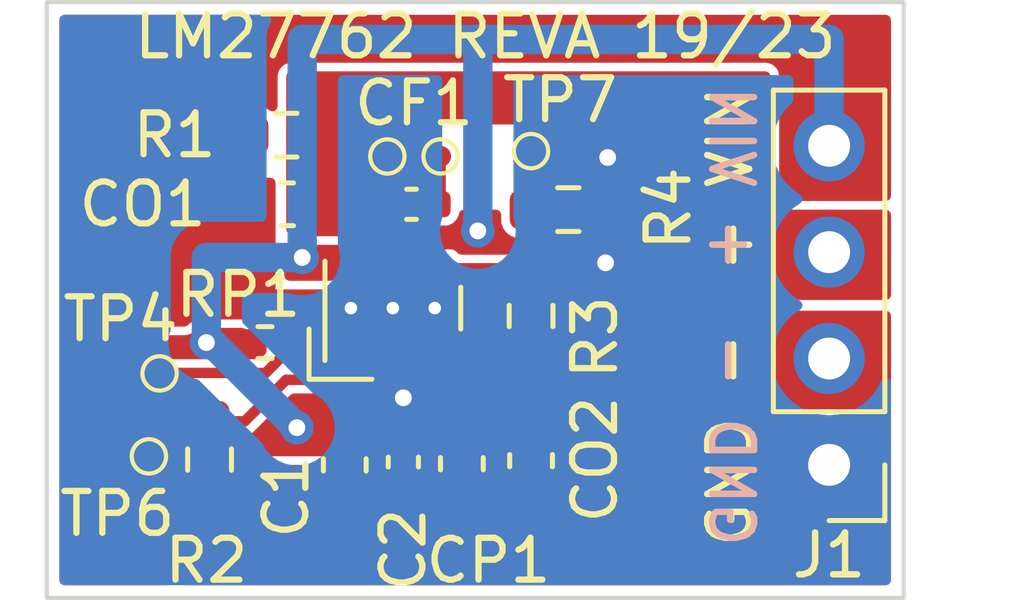
<source format=kicad_pcb>
(kicad_pcb (version 20221018) (generator pcbnew)
  (layers (0 "F.Cu" signal) (31 "B.Cu" signal) (34 "B.Paste" user) (35 "F.Paste" user) (36 "B.SilkS" user "B.Silkscreen") (37 "F.SilkS" user "F.Silkscreen") (38 "B.Mask" user) (39 "F.Mask" user) (44 "Edge.Cuts" user))
  (net 0 "")
  (net 1 "Net-(U1-C1+)")
  (net 2 "Net-(U1-C1-)")
  (net 3 "GND")
  (net 4 "Net-(U1-CP)")
  (net 5 "/VIN")
  (net 6 "/VOUT+")
  (net 7 "/VOUT-")
  (net 8 "Net-(U1-PGOOD)")
  (net 9 "/fb-")
  (net 10 "/fb+")
  (footprint "Capacitor_SMD:C_0603_1608Metric_Pad1.08x0.95mm_HandSolder" (layer "F.Cu") (at 113.6915 61.087)
    (fp_text reference "CO1" (at -3.4555 0 180) (layer "F.SilkS"))
    (fp_text value "2.2u")
    (fp_line (start -0.146267 -0.51) (end 0.146267 -0.51) (stroke (width 0.12)) (layer "F.SilkS"))
    (fp_line (start -0.146267 0.51) (end 0.146267 0.51) (stroke (width 0.12)) (layer "F.SilkS"))
    (pad "1" smd roundrect (at -0.8625 0) (size 1.075 0.95) (layers "F.Cu" "F.Paste" "F.Mask") (net 3 "GND"))
    (pad "2" smd roundrect (at 0.8625 0) (size 1.075 0.95) (layers "F.Cu" "F.Paste" "F.Mask") (net 6 "/VOUT+"))
  )
  (footprint "Package_SON:WSON-12-1EP_3x2mm_P0.5mm_EP1x2.65_ThermalVias" (layer "F.Cu") (at 116.209 63.566 90)
    (fp_text reference "U1" hide)
    (fp_text value "LM27762DSSR")
    (fp_line (start -1.7 -2) (end -0.5 -2) (stroke (width 0.12)) (layer "F.SilkS"))
    (fp_line (start -1.7 -0.5) (end -1.7 -2) (stroke (width 0.12)) (layer "F.SilkS"))
    (fp_line (start -1.25 -1.62) (end 1.12 -1.62) (stroke (width 0.12)) (layer "F.SilkS"))
    (fp_line (start 0.5 1.62) (end -0.5 1.62) (stroke (width 0.12)) (layer "F.SilkS"))
    (pad "1" smd rect (at -0.95 -1.25 90) (size 0.5 0.25) (layers "F.Cu" "F.Paste" "F.Mask") (net 8 "Net-(U1-PGOOD)"))
    (pad "2" smd rect (at -0.95 -0.75 90) (size 0.5 0.25) (layers "F.Cu" "F.Paste" "F.Mask") (net 10 "/fb+"))
    (pad "3" smd rect (at -0.95 -0.25 90) (size 0.5 0.25) (layers "F.Cu" "F.Paste" "F.Mask") (net 5 "/VIN"))
    (pad "4" smd rect (at -0.95 0.25 90) (size 0.5 0.25) (layers "F.Cu" "F.Paste" "F.Mask") (net 3 "GND"))
    (pad "5" smd rect (at -0.95 0.75 90) (size 0.5 0.25) (layers "F.Cu" "F.Paste" "F.Mask") (net 4 "Net-(U1-CP)"))
    (pad "6" smd rect (at -0.95 1.25 90) (size 0.5 0.25) (layers "F.Cu" "F.Paste" "F.Mask") (net 7 "/VOUT-"))
    (pad "7" smd rect (at 0.95 1.25 90) (size 0.5 0.25) (layers "F.Cu" "F.Paste" "F.Mask") (net 9 "/fb-"))
    (pad "8" smd rect (at 0.95 0.75 90) (size 0.5 0.25) (layers "F.Cu" "F.Paste" "F.Mask") (net 5 "/VIN"))
    (pad "9" smd rect (at 0.95 0.25 90) (size 0.5 0.25) (layers "F.Cu" "F.Paste" "F.Mask") (net 2 "Net-(U1-C1-)"))
    (pad "10" smd rect (at 0.95 -0.25 90) (size 0.5 0.25) (layers "F.Cu" "F.Paste" "F.Mask") (net 1 "Net-(U1-C1+)"))
    (pad "11" smd rect (at 0.95 -0.75 90) (size 0.5 0.25) (layers "F.Cu" "F.Paste" "F.Mask") (net 6 "/VOUT+"))
    (pad "12" smd rect (at 0.95 -1.25 90) (size 0.5 0.25) (layers "F.Cu" "F.Paste" "F.Mask") (net 5 "/VIN"))
    (pad "13" thru_hole circle (at 0 -1 180) (size 0.6 0.6) (drill 0.3) (layers "*.Cu") (net 3 "GND"))
    (pad "13" thru_hole circle (at 0 0 90) (size 0.6 0.6) (drill 0.3) (layers "*.Cu") (net 3 "GND"))
    (pad "13" smd rect (at 0 0 90) (size 1 2.65) (layers "F.Cu" "F.Mask") (net 3 "GND"))
    (pad "13" smd rect (at 0 0 90) (size 1 2.65) (layers "B.Cu") (net 3 "GND"))
    (pad "13" thru_hole circle (at 0 1 90) (size 0.6 0.6) (drill 0.3) (layers "*.Cu") (net 3 "GND"))
  )
  (footprint "Resistor_SMD:R_0603_1608Metric_Pad0.98x0.95mm_HandSolder" (layer "F.Cu") (at 119.507 63.754 90)
    (fp_text reference "R3" (at -0.508 1.524 90) (layer "F.SilkS"))
    (fp_text value "680k")
    (fp_line (start -0.254724 -0.5225) (end 0.254724 -0.5225) (stroke (width 0.12)) (layer "F.SilkS"))
    (fp_line (start -0.254724 0.5225) (end 0.254724 0.5225) (stroke (width 0.12)) (layer "F.SilkS"))
    (pad "1" smd roundrect (at -0.9125 0 90) (size 0.975 0.95) (layers "F.Cu" "F.Paste" "F.Mask") (net 7 "/VOUT-"))
    (pad "2" smd roundrect (at 0.9125 0 90) (size 0.975 0.95) (layers "F.Cu" "F.Paste" "F.Mask") (net 9 "/fb-"))
  )
  (footprint "TinyTestPoints:0_5mm" (layer "F.Cu") (at 117.348 59.944)
    (fp_text reference "TP2" hide)
    (fp_text value "TestPoint")
    (fp_circle (center 0 0) (end 0.3556 0.2032) (stroke (width 0.1)) (fill none) (layer "F.SilkS"))
    (pad "1" smd circle (at 0 0) (size 0.5 0.5) (layers "F.Cu" "F.Paste" "F.Mask") (net 2 "Net-(U1-C1-)"))
  )
  (footprint "TinyTestPoints:0_5mm" (layer "F.Cu") (at 110.6424 65.1256)
    (fp_text reference "TP4" hide)
    (fp_text value "TestPoint")
    (fp_circle (center 0 0) (end 0.3556 0.2032) (stroke (width 0.1)) (fill none) (layer "F.SilkS"))
    (pad "1" smd circle (at 0 0) (size 0.5 0.5) (layers "F.Cu" "F.Paste" "F.Mask") (net 8 "Net-(U1-PGOOD)"))
  )
  (footprint "Resistor_SMD:R_0603_1608Metric_Pad0.98x0.95mm_HandSolder" (layer "F.Cu") (at 120.396 61.214)
    (fp_text reference "R4" (at 2.3876 -0.0254 90) (layer "F.SilkS"))
    (fp_text value "220k")
    (fp_line (start -0.254724 -0.5225) (end 0.254724 -0.5225) (stroke (width 0.12)) (layer "F.SilkS"))
    (fp_line (start -0.254724 0.5225) (end 0.254724 0.5225) (stroke (width 0.12)) (layer "F.SilkS"))
    (pad "1" smd roundrect (at -0.9125 0) (size 0.975 0.95) (layers "F.Cu" "F.Paste" "F.Mask") (net 9 "/fb-"))
    (pad "2" smd roundrect (at 0.9125 0) (size 0.975 0.95) (layers "F.Cu" "F.Paste" "F.Mask") (net 3 "GND"))
  )
  (footprint "Capacitor_SMD:C_0603_1608Metric_Pad1.08x0.95mm_HandSolder" (layer "F.Cu") (at 115.062 67.31 -90)
    (fp_text reference "C1" (at 0.762 1.397 90) (layer "F.SilkS"))
    (fp_text value "10u")
    (fp_line (start -0.146267 -0.51) (end 0.146267 -0.51) (stroke (width 0.12)) (layer "F.SilkS"))
    (fp_line (start -0.146267 0.51) (end 0.146267 0.51) (stroke (width 0.12)) (layer "F.SilkS"))
    (pad "1" smd roundrect (at -0.8625 0 270) (size 1.075 0.95) (layers "F.Cu" "F.Paste" "F.Mask") (net 5 "/VIN"))
    (pad "2" smd roundrect (at 0.8625 0 270) (size 1.075 0.95) (layers "F.Cu" "F.Paste" "F.Mask") (net 3 "GND"))
  )
  (footprint "Capacitor_SMD:C_0603_1608Metric_Pad1.08x0.95mm_HandSolder" (layer "F.Cu") (at 119.507 67.2095 -90)
    (fp_text reference "CO2" (at -0.0265 -1.524 90) (layer "F.SilkS"))
    (fp_text value "2.2u")
    (fp_line (start -0.146267 -0.51) (end 0.146267 -0.51) (stroke (width 0.12)) (layer "F.SilkS"))
    (fp_line (start -0.146267 0.51) (end 0.146267 0.51) (stroke (width 0.12)) (layer "F.SilkS"))
    (pad "1" smd roundrect (at -0.8625 0 270) (size 1.075 0.95) (layers "F.Cu" "F.Paste" "F.Mask") (net 7 "/VOUT-"))
    (pad "2" smd roundrect (at 0.8625 0 270) (size 1.075 0.95) (layers "F.Cu" "F.Paste" "F.Mask") (net 3 "GND"))
  )
  (footprint "Resistor_SMD:R_0603_1608Metric_Pad0.98x0.95mm_HandSolder" (layer "F.Cu") (at 113.665 59.436)
    (fp_text reference "R1" (at -2.667 0) (layer "F.SilkS"))
    (fp_text value "680k")
    (fp_line (start -0.254724 -0.5225) (end 0.254724 -0.5225) (stroke (width 0.12)) (layer "F.SilkS"))
    (fp_line (start -0.254724 0.5225) (end 0.254724 0.5225) (stroke (width 0.12)) (layer "F.SilkS"))
    (pad "1" smd roundrect (at -0.9125 0) (size 0.975 0.95) (layers "F.Cu" "F.Paste" "F.Mask") (net 10 "/fb+"))
    (pad "2" smd roundrect (at 0.9125 0) (size 0.975 0.95) (layers "F.Cu" "F.Paste" "F.Mask") (net 6 "/VOUT+"))
  )
  (footprint "Connector_PinHeader_2.54mm:PinHeader_1x04_P2.54mm_Vertical" (layer "F.Cu") (at 126.619 67.31 180)
    (fp_text reference "J1" (at 0 -2.159 unlocked) (layer "F.SilkS") (effects (font (thickness 0.153))))
    (fp_text value "Conn_01x04")
    (fp_line (start -1.33 -1.33) (end 0 -1.33) (stroke (width 0.12)) (layer "F.SilkS"))
    (fp_line (start -1.33 0) (end -1.33 -1.33) (stroke (width 0.12)) (layer "F.SilkS"))
    (fp_line (start -1.33 1.27) (end -1.33 8.95) (stroke (width 0.12)) (layer "F.SilkS"))
    (fp_line (start -1.33 1.27) (end 1.33 1.27) (stroke (width 0.12)) (layer "F.SilkS"))
    (fp_line (start -1.33 8.95) (end 1.33 8.95) (stroke (width 0.12)) (layer "F.SilkS"))
    (fp_line (start 1.33 1.27) (end 1.33 8.95) (stroke (width 0.12)) (layer "F.SilkS"))
    (pad "1" thru_hole rect (at 0 0 180) (size 1.7 1.7) (drill 1) (layers "*.Cu" "*.Mask") (net 3 "GND"))
    (pad "2" thru_hole oval (at 0 2.54 180) (size 1.7 1.7) (drill 1) (layers "*.Cu" "*.Mask") (net 7 "/VOUT-"))
    (pad "3" thru_hole oval (at 0 5.08 180) (size 1.7 1.7) (drill 1) (layers "*.Cu" "*.Mask") (net 6 "/VOUT+"))
    (pad "4" thru_hole oval (at 0 7.62 180) (size 1.7 1.7) (drill 1) (layers "*.Cu" "*.Mask") (net 5 "/VIN"))
  )
  (footprint "Capacitor_SMD:C_0402_1005Metric_Pad0.74x0.62mm_HandSolder" (layer "F.Cu") (at 116.459 67.2425 90)
    (fp_text reference "C2" (at -2.0915 0 270) (layer "F.SilkS"))
    (fp_text value "1u")
    (fp_line (start -0.115835 -0.36) (end 0.115835 -0.36) (stroke (width 0.12)) (layer "F.SilkS"))
    (fp_line (start -0.115835 0.36) (end 0.115835 0.36) (stroke (width 0.12)) (layer "F.SilkS"))
    (pad "1" smd roundrect (at -0.5675 0 90) (size 0.735 0.62) (layers "F.Cu" "F.Paste" "F.Mask") (net 3 "GND"))
    (pad "2" smd roundrect (at 0.5675 0 90) (size 0.735 0.62) (layers "F.Cu" "F.Paste" "F.Mask") (net 5 "/VIN"))
  )
  (footprint "TinyTestPoints:0_5mm" (layer "F.Cu") (at 110.3884 67.1068)
    (fp_text reference "TP6" hide)
    (fp_text value "TestPoint")
    (fp_circle (center 0 0) (end 0.3556 0.2032) (stroke (width 0.1)) (fill none) (layer "F.SilkS"))
    (pad "1" smd circle (at 0 0) (size 0.5 0.5) (layers "F.Cu" "F.Paste" "F.Mask") (net 10 "/fb+"))
  )
  (footprint "Resistor_SMD:R_0402_1005Metric_Pad0.72x0.64mm_HandSolder" (layer "F.Cu") (at 113.157 64.389 180)
    (fp_text reference "RP1" (at 0.635 1.143 180) (layer "F.SilkS"))
    (fp_text value "10K")
    (fp_line (start -0.167621 -0.38) (end 0.167621 -0.38) (stroke (width 0.12)) (layer "F.SilkS"))
    (fp_line (start -0.167621 0.38) (end 0.167621 0.38) (stroke (width 0.12)) (layer "F.SilkS"))
    (pad "1" smd roundrect (at -0.5975 0 180) (size 0.715 0.64) (layers "F.Cu" "F.Paste" "F.Mask") (net 8 "Net-(U1-PGOOD)"))
    (pad "2" smd roundrect (at 0.5975 0 180) (size 0.715 0.64) (layers "F.Cu" "F.Paste" "F.Mask") (net 5 "/VIN"))
  )
  (footprint "TinyTestPoints:0_5mm" (layer "F.Cu") (at 119.507 59.817)
    (fp_text reference "TP7" hide)
    (fp_text value "TestPoint")
    (fp_circle (center 0 0) (end 0.3556 0.2032) (stroke (width 0.1)) (fill none) (layer "F.SilkS"))
    (pad "1" smd circle (at 0 0) (size 0.5 0.5) (layers "F.Cu" "F.Paste" "F.Mask") (net 9 "/fb-"))
  )
  (footprint "Capacitor_SMD:C_0603_1608Metric_Pad1.08x0.95mm_HandSolder" (layer "F.Cu") (at 117.856 67.2835 90)
    (fp_text reference "CP1" (at -2.3125 0.635 180) (layer "F.SilkS"))
    (fp_text value "4.7u")
    (fp_line (start -0.146267 -0.51) (end 0.146267 -0.51) (stroke (width 0.12)) (layer "F.SilkS"))
    (fp_line (start -0.146267 0.51) (end 0.146267 0.51) (stroke (width 0.12)) (layer "F.SilkS"))
    (pad "1" smd roundrect (at -0.8625 0 90) (size 1.075 0.95) (layers "F.Cu" "F.Paste" "F.Mask") (net 3 "GND"))
    (pad "2" smd roundrect (at 0.8625 0 90) (size 1.075 0.95) (layers "F.Cu" "F.Paste" "F.Mask") (net 4 "Net-(U1-CP)"))
  )
  (footprint "Resistor_SMD:R_0603_1608Metric_Pad0.98x0.95mm_HandSolder" (layer "F.Cu") (at 111.83525 67.183 90)
    (fp_text reference "R2" (at -2.413 -0.07525) (layer "F.SilkS"))
    (fp_text value "220k")
    (fp_line (start -0.254724 -0.5225) (end 0.254724 -0.5225) (stroke (width 0.12)) (layer "F.SilkS"))
    (fp_line (start -0.254724 0.5225) (end 0.254724 0.5225) (stroke (width 0.12)) (layer "F.SilkS"))
    (pad "1" smd roundrect (at -0.9125 0 90) (size 0.975 0.95) (layers "F.Cu" "F.Paste" "F.Mask") (net 3 "GND"))
    (pad "2" smd roundrect (at 0.9125 0 90) (size 0.975 0.95) (layers "F.Cu" "F.Paste" "F.Mask") (net 10 "/fb+"))
  )
  (footprint "TinyTestPoints:0_5mm" (layer "F.Cu") (at 116.078 59.944)
    (fp_text reference "TP3" hide)
    (fp_text value "TestPoint")
    (fp_circle (center 0 0) (end 0.3556 0.2032) (stroke (width 0.1)) (fill none) (layer "F.SilkS"))
    (pad "1" smd circle (at 0 0) (size 0.5 0.5) (layers "F.Cu" "F.Paste" "F.Mask") (net 1 "Net-(U1-C1+)"))
  )
  (footprint "Capacitor_SMD:C_0402_1005Metric_Pad0.74x0.62mm_HandSolder" (layer "F.Cu") (at 116.6535 61.087)
    (fp_text reference "CF1" (at 0.0595 -2.413) (layer "F.SilkS"))
    (fp_text value "1u")
    (fp_line (start -0.115835 -0.36) (end 0.115835 -0.36) (stroke (width 0.12)) (layer "F.SilkS"))
    (fp_line (start -0.115835 0.36) (end 0.115835 0.36) (stroke (width 0.12)) (layer "F.SilkS"))
    (pad "1" smd roundrect (at -0.5675 0) (size 0.735 0.62) (layers "F.Cu" "F.Paste" "F.Mask") (net 1 "Net-(U1-C1+)"))
    (pad "2" smd roundrect (at 0.5675 0) (size 0.735 0.62) (layers "F.Cu" "F.Paste" "F.Mask") (net 2 "Net-(U1-C1-)"))
  )
  (gr_rect (start 107.95 56.261) (end 128.397 70.485) (stroke (width 0.1)) (fill none) (layer "Edge.Cuts"))
  (gr_text "GND -  + VIN" (at 123.698 69.342 270) (layer "B.SilkS") (effects (font (size 1 1) (thickness 0.153)) (justify left bottom mirror)))
  (gr_text "LM27762 REVA 19/23" (at 126.873 57.658) (layer "F.SilkS") (effects (font (size 1 1)) (justify right bottom)))
  (gr_text "TP7" (at 118.745 59.182) (layer "F.SilkS") (effects (font (size 1 1)) (justify left bottom)))
  (gr_text "GND -  + VIN" (at 124.841 69.342 90) (layer "F.SilkS") (effects (font (size 1 1) (thickness 0.153)) (justify left bottom)))
  (gr_text "TP6" (at 108.1786 69.0626) (layer "F.SilkS") (effects (font (size 1 1)) (justify left bottom)))
  (gr_text "TP4" (at 108.2548 64.4144) (layer "F.SilkS") (effects (font (size 1 1)) (justify left bottom)))
  (segment (start 115.959 62.616) (end 115.959 61.1465) (width 0.25) (layer "F.Cu") (net 1))
  (segment (start 116.0185 61.087) (end 116.078 61.0275) (width 0.25) (layer "F.Cu") (net 1))
  (segment (start 116.078 61.0275) (end 116.078 59.944) (width 0.25) (layer "F.Cu") (net 1))
  (segment (start 115.959 61.1465) (end 116.0185 61.087) (width 0.25) (layer "F.Cu") (net 1))
  (segment (start 116.459 61.7815) (end 117.1535 61.087) (width 0.25) (layer "F.Cu") (net 2))
  (segment (start 117.348 60.8925) (end 117.348 59.944) (width 0.25) (layer "F.Cu") (net 2))
  (segment (start 117.1535 61.087) (end 117.348 60.8925) (width 0.25) (layer "F.Cu") (net 2))
  (segment (start 116.459 62.616) (end 116.459 61.7815) (width 0.25) (layer "F.Cu") (net 2))
  (segment (start 116.459 65.708) (end 116.459 64.516) (width 0.25) (layer "F.Cu") (net 3))
  (via (at 116.459 65.708) (size 0.8) (drill 0.4) (layers "F.Cu" "B.Cu") (net 3))
  (via (at 121.285 62.484) (size 0.8) (drill 0.4) (layers "F.Cu" "B.Cu") (net 3))
  (via (at 121.3358 59.9694) (size 0.8) (drill 0.4) (layers "F.Cu" "B.Cu") (net 3))
  (segment (start 116.959 65.016) (end 117.856 65.913) (width 0.25) (layer "F.Cu") (net 4))
  (segment (start 117.856 65.913) (end 117.856 66.421) (width 0.25) (layer "F.Cu") (net 4))
  (segment (start 116.959 64.516) (end 116.959 65.016) (width 0.25) (layer "F.Cu") (net 4))
  (segment (start 115.062 66.079695) (end 115.062 66.4475) (width 0.25) (layer "F.Cu") (net 5))
  (segment (start 116.959 62.616) (end 116.959 62.091) (width 0.25) (layer "F.Cu") (net 5))
  (segment (start 117.328 61.722) (end 118.237 61.722) (width 0.25) (layer "F.Cu") (net 5))
  (segment (start 114.959 62.616) (end 114.305 62.616) (width 0.25) (layer "F.Cu") (net 5))
  (segment (start 114.305 62.616) (end 114.046 62.357) (width 0.25) (layer "F.Cu") (net 5))
  (segment (start 115.959 65.182695) (end 115.062 66.079695) (width 0.25) (layer "F.Cu") (net 5))
  (segment (start 113.919 66.421) (end 113.9455 66.4475) (width 0.25) (layer "F.Cu") (net 5))
  (segment (start 112.5595 64.389) (end 111.76 64.389) (width 0.7) (layer "F.Cu") (net 5))
  (segment (start 115.959 64.516) (end 115.959 65.182695) (width 0.25) (layer "F.Cu") (net 5))
  (segment (start 113.9455 66.4475) (end 115.062 66.4475) (width 0.25) (layer "F.Cu") (net 5))
  (segment (start 116.959 62.091) (end 117.328 61.722) (width 0.25) (layer "F.Cu") (net 5))
  (via (at 111.76 64.389) (size 0.8) (drill 0.4) (layers "F.Cu" "B.Cu") (net 5))
  (via (at 118.237 61.722) (size 0.8) (drill 0.4) (layers "F.Cu" "B.Cu") (net 5))
  (via (at 114.046 62.357) (size 0.8) (drill 0.4) (layers "F.Cu" "B.Cu") (net 5))
  (via (at 113.919 66.421) (size 0.8) (drill 0.4) (layers "F.Cu" "B.Cu") (net 5))
  (segment (start 111.76 64.262) (end 111.76 62.357) (width 0.7) (layer "B.Cu") (net 5))
  (segment (start 114.046 57.15) (end 114.046 62.357) (width 0.7) (layer "B.Cu") (net 5))
  (segment (start 126.619 57.15) (end 118.237 57.15) (width 0.7) (layer "B.Cu") (net 5))
  (segment (start 118.237 57.15) (end 114.046 57.15) (width 0.7) (layer "B.Cu") (net 5))
  (segment (start 118.237 61.722) (end 118.237 57.15) (width 0.7) (layer "B.Cu") (net 5))
  (segment (start 113.919 66.421) (end 111.76 64.262) (width 0.7) (layer "B.Cu") (net 5))
  (segment (start 111.76 62.357) (end 114.046 62.357) (width 0.7) (layer "B.Cu") (net 5))
  (segment (start 126.619 59.69) (end 126.619 57.15) (width 0.7) (layer "B.Cu") (net 5))
  (segment (start 115.459 62.616) (end 115.459 61.865) (width 0.25) (layer "F.Cu") (net 6))
  (segment (start 115.459 61.865) (end 114.681 61.087) (width 0.25) (layer "F.Cu") (net 6))
  (segment (start 114.681 61.087) (end 114.554 61.087) (width 0.25) (layer "F.Cu") (net 6))
  (segment (start 113.17525 65.114) (end 113.77325 64.516) (width 0.25) (layer "F.Cu") (net 8))
  (segment (start 113.77325 64.516) (end 114.959 64.516) (width 0.25) (layer "F.Cu") (net 8))
  (segment (start 110.654 65.114) (end 113.17525 65.114) (width 0.25) (layer "F.Cu") (net 8))
  (segment (start 119.2815 62.616) (end 119.507 62.8415) (width 0.25) (layer "F.Cu") (net 9))
  (segment (start 119.507 61.1905) (end 119.4835 61.214) (width 0.7) (layer "F.Cu") (net 9))
  (segment (start 117.459 62.616) (end 119.2815 62.616) (width 0.25) (layer "F.Cu") (net 9))
  (segment (start 119.507 62.8415) (end 119.507 61.2375) (width 0.25) (layer "F.Cu") (net 9))
  (segment (start 119.507 61.1905) (end 119.507 59.817) (width 0.25) (layer "F.Cu") (net 9))
  (segment (start 113.665 65.278) (end 112.6725 66.2705) (width 0.25) (layer "F.Cu") (net 10))
  (segment (start 110.43825 66.294) (end 109.855 65.71075) (width 0.25) (layer "F.Cu") (net 10))
  (segment (start 112.6725 66.2705) (end 111.83525 66.2705) (width 0.25) (layer "F.Cu") (net 10))
  (segment (start 110.43825 66.294) (end 110.3884 66.34385) (width 0.25) (layer "F.Cu") (net 10))
  (segment (start 115.459 65.041) (end 115.222 65.278) (width 0.25) (layer "F.Cu") (net 10))
  (segment (start 110.43825 66.294) (end 111.81175 66.294) (width 0.25) (layer "F.Cu") (net 10))
  (segment (start 115.459 64.516) (end 115.459 65.041) (width 0.25) (layer "F.Cu") (net 10))
  (segment (start 109.855 61.722) (end 112.141 59.436) (width 0.25) (layer "F.Cu") (net 10))
  (segment (start 112.141 59.436) (end 112.7525 59.436) (width 0.25) (layer "F.Cu") (net 10))
  (segment (start 109.855 65.71075) (end 109.855 61.722) (width 0.25) (layer "F.Cu") (net 10))
  (segment (start 110.3884 66.34385) (end 110.3884 67.1068) (width 0.25) (layer "F.Cu") (net 10))
  (segment (start 115.222 65.278) (end 113.665 65.278) (width 0.25) (layer "F.Cu") (net 10))
  (zone (net 0) (net_name "") (layer "F.Cu") (connect_pads yes (clearance 0)) (min_thickness 0.25)
    (keepout (tracks allowed) (vias allowed) (pads allowed) (copperpour not_allowed) (footprints allowed))
    (fill (thermal_gap 0.5) (thermal_bridge_width 0.5))
    (polygon (pts (xy 117.348 59.309) (xy 119.126 59.309) (xy 119.126 61.214) (xy 117.348 61.214)))
  )
  (zone (net 3) (net_name "GND") (layer "F.Cu") (priority 1) (connect_pads yes (clearance 0)) (min_thickness 0.25) (fill yes (thermal_gap 0.5) (thermal_bridge_width 0.5))
    (polygon (pts (xy 111.125 70.231) (xy 111.125 67.31) (xy 120.269 67.31) (xy 125.349 66.294) (xy 128.27 66.294) (xy 128.27 70.231)))
  )
  (zone (net 3) (net_name "GND") (layer "F.Cu") (priority 1) (connect_pads yes (clearance 0)) (min_thickness 0.25) (fill yes (thermal_gap 0.5) (thermal_bridge_width 0.5))
    (polygon (pts (xy 120.523 59.436) (xy 122.174 59.436) (xy 122.174 63.373) (xy 120.523 63.373)))
  )
  (zone (net 5) (net_name "/VIN") (layer "F.Cu") (connect_pads yes (clearance 0)) (min_thickness 0.25) (fill yes (thermal_gap 0.5) (thermal_bridge_width 0.5))
    (polygon (pts (xy 128.397 56.261) (xy 107.95 56.261) (xy 107.823 70.485) (xy 128.397 70.485)))
  )
  (zone (net 7) (net_name "/VOUT-") (layer "F.Cu") (priority 1) (connect_pads yes (clearance 0)) (min_thickness 0.25) (fill yes (thermal_gap 0.5) (thermal_bridge_width 0.5))
    (polygon (pts (xy 117.348 64.262) (xy 117.983 64.262) (xy 117.983 63.627) (xy 128.27 63.627) (xy 128.27 66.04) (xy 125.349 66.04) (xy 120.269 67.056) (xy 118.745 67.056) (xy 118.745 65.532) (xy 117.983 65.532) (xy 117.348 64.897)))
  )
  (zone (net 3) (net_name "GND") (layer "F.Cu") (priority 1) (connect_pads yes (clearance 0)) (min_thickness 0.25) (fill yes (thermal_gap 0.5) (thermal_bridge_width 0.5))
    (polygon (pts (xy 113.411 60.452) (xy 111.633 60.452) (xy 110.236 61.849) (xy 110.236 64.008) (xy 115.189 64.008) (xy 115.189 63.119) (xy 113.411 63.119)))
  )
  (zone (net 6) (net_name "/VOUT+") (layer "F.Cu") (priority 1) (connect_pads yes (clearance 0)) (min_thickness 0.25) (fill yes (thermal_gap 0.5) (thermal_bridge_width 0.5))
    (polygon (pts (xy 115.443 59.182) (xy 122.428 59.182) (xy 122.428 63.373) (xy 125.857 63.373) (xy 128.27 63.373) (xy 128.27 61.214) (xy 125.222 61.214) (xy 125.222 57.912) (xy 113.665 57.912) (xy 113.665 61.849) (xy 115.443 61.849) (xy 115.443 61.849)))
  )
  (zone (net 3) (net_name "GND") (layer "B.Cu") (connect_pads yes (clearance 0.5)) (min_thickness 0.25) (fill yes (thermal_gap 0.5) (thermal_bridge_width 0.5))
    (polygon (pts (xy 128.397 70.485) (xy 128.397 56.261) (xy 107.95 56.261) (xy 107.95 70.485)))
  )
)
</source>
